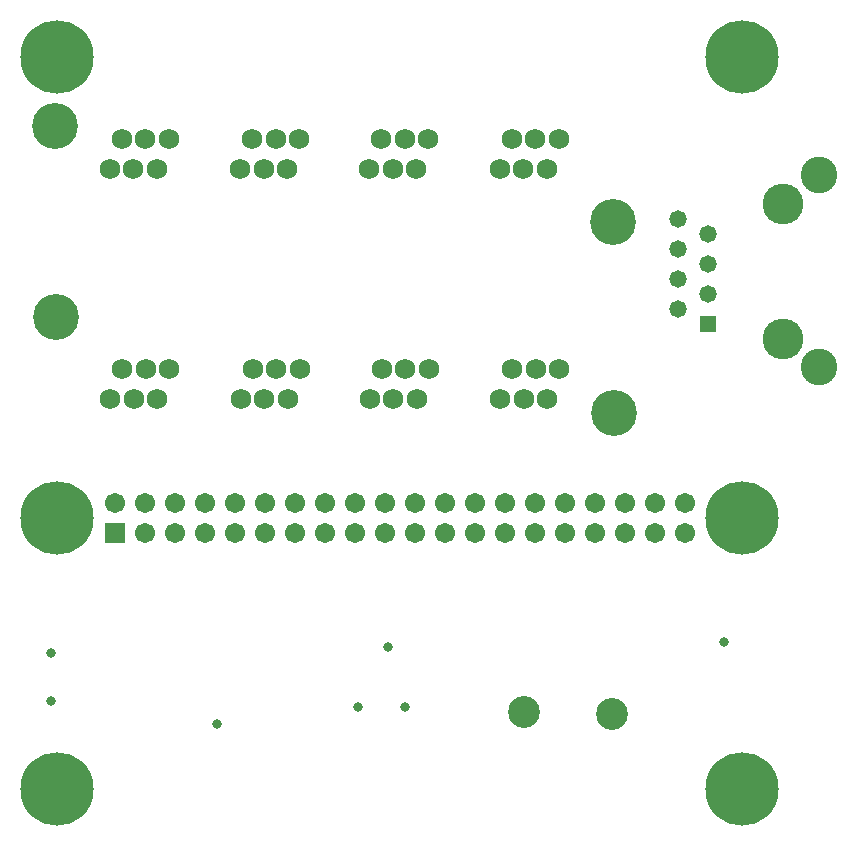
<source format=gbs>
G04*
G04 #@! TF.GenerationSoftware,Altium Limited,Altium Designer,18.0.7 (293)*
G04*
G04 Layer_Color=16711935*
%FSLAX25Y25*%
%MOIN*%
G70*
G01*
G75*
%ADD28C,0.10642*%
%ADD29R,0.06706X0.06706*%
%ADD30C,0.06706*%
%ADD31R,0.05792X0.05792*%
%ADD32C,0.05792*%
%ADD33C,0.12198*%
%ADD34C,0.13595*%
%ADD35C,0.15300*%
%ADD36C,0.06800*%
%ADD37C,0.24422*%
%ADD38C,0.03300*%
D28*
X198819Y38870D02*
D03*
X169488Y39370D02*
D03*
D29*
X32953Y99331D02*
D03*
D30*
Y109331D02*
D03*
X42953Y99331D02*
D03*
Y109331D02*
D03*
X52953Y99331D02*
D03*
Y109331D02*
D03*
X62953Y99331D02*
D03*
Y109331D02*
D03*
X72953Y99331D02*
D03*
Y109331D02*
D03*
X82953Y99331D02*
D03*
Y109331D02*
D03*
X92953Y99331D02*
D03*
Y109331D02*
D03*
X102953Y99331D02*
D03*
Y109331D02*
D03*
X112953Y99331D02*
D03*
Y109331D02*
D03*
X122953Y99331D02*
D03*
Y109331D02*
D03*
X132953Y99331D02*
D03*
Y109331D02*
D03*
X142953Y99331D02*
D03*
Y109331D02*
D03*
X152953Y99331D02*
D03*
Y109331D02*
D03*
X162953Y99331D02*
D03*
Y109331D02*
D03*
X172953Y99331D02*
D03*
Y109331D02*
D03*
X182953Y99331D02*
D03*
Y109331D02*
D03*
X192953Y99331D02*
D03*
Y109331D02*
D03*
X202953Y99331D02*
D03*
Y109331D02*
D03*
X212953Y99331D02*
D03*
Y109331D02*
D03*
X222953Y99331D02*
D03*
Y109331D02*
D03*
D31*
X230709Y169016D02*
D03*
D32*
X220709Y174016D02*
D03*
X230709Y179016D02*
D03*
X220709Y184016D02*
D03*
X230709Y189016D02*
D03*
X220709Y194016D02*
D03*
X230709Y199016D02*
D03*
X220709Y204016D02*
D03*
D33*
X267717Y218504D02*
D03*
Y154528D02*
D03*
D34*
X255709Y209016D02*
D03*
Y164016D02*
D03*
D35*
X199500Y139201D02*
D03*
X13500Y171201D02*
D03*
X199047Y202972D02*
D03*
X13047Y234972D02*
D03*
D36*
X161500Y143701D02*
D03*
X169370D02*
D03*
X177240D02*
D03*
X165500Y153701D02*
D03*
X173370D02*
D03*
X181240D02*
D03*
X118000Y143701D02*
D03*
X125870D02*
D03*
X133740D02*
D03*
X122000Y153701D02*
D03*
X129870D02*
D03*
X137740D02*
D03*
X75000Y143701D02*
D03*
X82870D02*
D03*
X90740D02*
D03*
X79000Y153701D02*
D03*
X86870D02*
D03*
X94740D02*
D03*
X51240D02*
D03*
X43370D02*
D03*
X35500D02*
D03*
X47240Y143701D02*
D03*
X39370D02*
D03*
X31500D02*
D03*
X181047Y230472D02*
D03*
X173177D02*
D03*
X165307D02*
D03*
X177047Y220472D02*
D03*
X169177D02*
D03*
X161307D02*
D03*
X117807D02*
D03*
X125677D02*
D03*
X133547D02*
D03*
X121807Y230472D02*
D03*
X129677D02*
D03*
X137547D02*
D03*
X74807Y220472D02*
D03*
X82677D02*
D03*
X90547D02*
D03*
X78807Y230472D02*
D03*
X86677D02*
D03*
X94547D02*
D03*
X31307Y220472D02*
D03*
X39177D02*
D03*
X47047D02*
D03*
X35307Y230472D02*
D03*
X43177D02*
D03*
X51047D02*
D03*
D37*
X13780Y104331D02*
D03*
X242126D02*
D03*
Y13780D02*
D03*
X13780D02*
D03*
X13780Y257874D02*
D03*
X242126D02*
D03*
D38*
X66929Y35433D02*
D03*
X11811Y43307D02*
D03*
Y59055D02*
D03*
X124016Y61024D02*
D03*
X129921Y41339D02*
D03*
X236221Y62992D02*
D03*
X114173Y41339D02*
D03*
M02*

</source>
